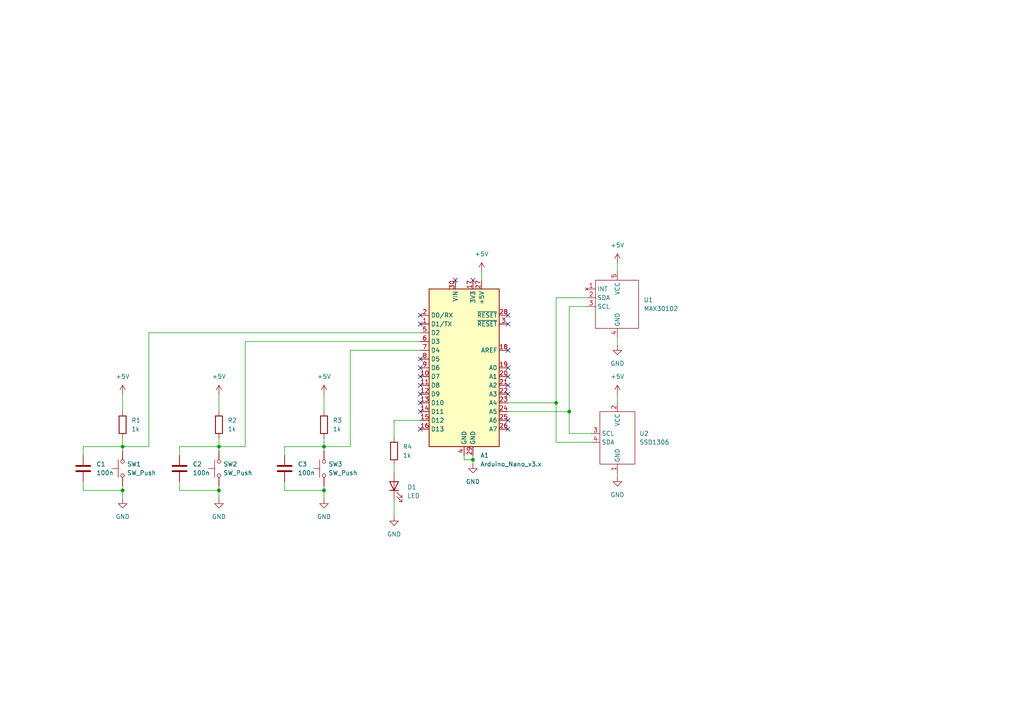
<source format=kicad_sch>
(kicad_sch (version 20250114) (generator "eeschema") (generator_version "9.0")
  (paper "A4")
  (lib_symbols
    (symbol "Device:C" (pin_numbers (hide yes)) (pin_names (offset 0.254))
      (property "Reference" "C" (at 0.635 2.54 0))
      (property "Value" "C" (at 0.635 -2.54 0))
      (symbol "C_0_1"
        (polyline (pts (xy -2.032 0.762) (xy 2.032 0.762)) (stroke (width 0.508)))
        (polyline (pts (xy -2.032 -0.762) (xy 2.032 -0.762)) (stroke (width 0.508)))
      )
      (symbol "C_1_1"
        (pin passive line (at 0 3.81 270) (length 2.794) (name "~") (number "1"))
        (pin passive line (at 0 -3.81 90) (length 2.794) (name "~") (number "2"))
      )
    )
    (symbol "Device:LED" (pin_numbers (hide yes)) (pin_names (offset 1.016) (hide yes))
      (property "Reference" "D" (at 0 2.54 0))
      (property "Value" "LED" (at 0 -2.54 0))
      (symbol "LED_0_1"
        (polyline (pts (xy -3.048 -0.762) (xy -4.572 -2.286) (xy -3.81 -2.286) (xy -4.572 -2.286) (xy -4.572 -1.524)))
        (polyline (pts (xy -1.778 -0.762) (xy -3.302 -2.286) (xy -2.54 -2.286) (xy -3.302 -2.286) (xy -3.302 -1.524)))
        (polyline (pts (xy -1.27 0) (xy 1.27 0)))
        (polyline (pts (xy -1.27 -1.27) (xy -1.27 1.27)) (stroke (width 0.254)))
        (polyline (pts (xy 1.27 -1.27) (xy 1.27 1.27) (xy -1.27 0) (xy 1.27 -1.27)) (stroke (width 0.254)))
      )
      (symbol "LED_1_1"
        (pin passive line (at -3.81 0 0) (length 2.54) (name "K") (number "1"))
        (pin passive line (at 3.81 0 180) (length 2.54) (name "A") (number "2"))
      )
    )
    (symbol "Device:R" (pin_numbers (hide yes)) (pin_names (offset 0))
      (property "Reference" "R" (at 2.032 0 90))
      (property "Value" "R" (at 0 0 90))
      (symbol "R_0_1"
        (rectangle (start -1.016 -2.54) (end 1.016 2.54) (stroke (width 0.254)))
      )
      (symbol "R_1_1"
        (pin passive line (at 0 3.81 270) (length 1.27) (name "~") (number "1"))
        (pin passive line (at 0 -3.81 90) (length 1.27) (name "~") (number "2"))
      )
    )
    (symbol "MCU_Module:Arduino_Nano_v3.x"
      (property "Reference" "A" (at -10.16 23.495 0))
      (property "Value" "Arduino_Nano_v3.x" (at 5.08 -24.13 0))
      (symbol "Arduino_Nano_v3.x_0_1"
        (rectangle (start -10.16 22.86) (end 10.16 -22.86) (stroke (width 0.254)) (fill (type background)))
      )
      (symbol "Arduino_Nano_v3.x_1_1"
        (pin bidirectional line (at -12.7 15.24 0) (length 2.54) (name "D0/RX") (number "2"))
        (pin bidirectional line (at -12.7 12.7 0) (length 2.54) (name "D1/TX") (number "1"))
        (pin bidirectional line (at -12.7 10.16 0) (length 2.54) (name "D2") (number "5"))
        (pin bidirectional line (at -12.7 7.62 0) (length 2.54) (name "D3") (number "6"))
        (pin bidirectional line (at -12.7 5.08 0) (length 2.54) (name "D4") (number "7"))
        (pin bidirectional line (at -12.7 2.54 0) (length 2.54) (name "D5") (number "8"))
        (pin bidirectional line (at -12.7 0 0) (length 2.54) (name "D6") (number "9"))
        (pin bidirectional line (at -12.7 -2.54 0) (length 2.54) (name "D7") (number "10"))
        (pin bidirectional line (at -12.7 -5.08 0) (length 2.54) (name "D8") (number "11"))
        (pin bidirectional line (at -12.7 -7.62 0) (length 2.54) (name "D9") (number "12"))
        (pin bidirectional line (at -12.7 -10.16 0) (length 2.54) (name "D10") (number "13"))
        (pin bidirectional line (at -12.7 -12.7 0) (length 2.54) (name "D11") (number "14"))
        (pin bidirectional line (at -12.7 -15.24 0) (length 2.54) (name "D12") (number "15"))
        (pin bidirectional line (at -12.7 -17.78 0) (length 2.54) (name "D13") (number "16"))
        (pin power_in line (at -2.54 25.4 270) (length 2.54) (name "VIN") (number "30"))
        (pin power_in line (at 0 -25.4 90) (length 2.54) (name "GND") (number "4"))
        (pin power_out line (at 2.54 25.4 270) (length 2.54) (name "3V3") (number "17"))
        (pin power_in line (at 2.54 -25.4 90) (length 2.54) (name "GND") (number "29"))
        (pin power_out line (at 5.08 25.4 270) (length 2.54) (name "+5V") (number "27"))
        (pin input line (at 12.7 15.24 180) (length 2.54) (name "~{RESET}") (number "28"))
        (pin input line (at 12.7 12.7 180) (length 2.54) (name "~{RESET}") (number "3"))
        (pin input line (at 12.7 5.08 180) (length 2.54) (name "AREF") (number "18"))
        (pin bidirectional line (at 12.7 0 180) (length 2.54) (name "A0") (number "19"))
        (pin bidirectional line (at 12.7 -2.54 180) (length 2.54) (name "A1") (number "20"))
        (pin bidirectional line (at 12.7 -5.08 180) (length 2.54) (name "A2") (number "21"))
        (pin bidirectional line (at 12.7 -7.62 180) (length 2.54) (name "A3") (number "22"))
        (pin bidirectional line (at 12.7 -10.16 180) (length 2.54) (name "A4") (number "23"))
        (pin bidirectional line (at 12.7 -12.7 180) (length 2.54) (name "A5") (number "24"))
        (pin bidirectional line (at 12.7 -15.24 180) (length 2.54) (name "A6") (number "25"))
        (pin bidirectional line (at 12.7 -17.78 180) (length 2.54) (name "A7") (number "26"))
      )
    )
    (symbol "Switch:SW_Push" (pin_numbers (hide yes)) (pin_names (offset 1.016) (hide yes))
      (property "Reference" "SW" (at 1.27 2.54 0))
      (property "Value" "SW_Push" (at 0 -1.524 0))
      (symbol "SW_Push_0_1"
        (circle (center -2.032 0) (radius 0.508))
        (polyline (pts (xy 0 1.27) (xy 0 3.048)))
        (circle (center 2.032 0) (radius 0.508))
        (polyline (pts (xy 2.54 1.27) (xy -2.54 1.27)))
        (pin passive line (at -5.08 0 0) (length 2.54) (name "1") (number "1"))
        (pin passive line (at 5.08 0 180) (length 2.54) (name "2") (number "2"))
      )
    )
    (symbol "power:+5V" (power) (pin_numbers (hide yes)) (pin_names (offset 0) (hide yes))
      (property "Value" "+5V" (at 0 3.556 0))
      (symbol "+5V_0_1"
        (polyline (pts (xy -0.762 1.27) (xy 0 2.54)))
        (polyline (pts (xy 0 2.54) (xy 0.762 1.27)))
        (polyline (pts (xy 0 0) (xy 0 2.54)))
      )
      (symbol "+5V_1_1"
        (pin power_in line (at 0 0 90) (length 0) (name "~") (number "1"))
      )
    )
    (symbol "power:GND" (power) (pin_numbers (hide yes)) (pin_names (offset 0) (hide yes))
      (property "Value" "GND" (at 0 -3.81 0))
      (symbol "GND_0_1"
        (polyline (pts (xy 0 0) (xy 0 -1.27) (xy 1.27 -1.27) (xy 0 -2.54) (xy -1.27 -1.27) (xy 0 -1.27)))
      )
      (symbol "GND_1_1"
        (pin power_in line (at 0 0 270) (length 0) (name "~") (number "1"))
      )
    )
    (symbol "sp02-stuff:MAX30102_Module"
      (property "Reference" "U" (at 0 0 0))
      (property "Value" "MAX30102" (at 11.43 1.016 0))
      (symbol "MAX30102_Module_0_1"
        (rectangle (start -6.3499 7.62) (end 6.1515 -6.35))
      )
      (symbol "MAX30102_Module_1_1"
        (pin no_connect line (at -8.89 5.08 0) (length 2.54) (name "INT") (number "1"))
        (pin bidirectional line (at -8.89 2.54 0) (length 2.54) (name "SDA") (number "2"))
        (pin input line (at -8.89 0 0) (length 2.54) (name "SCL") (number "3"))
        (pin power_in line (at 0 10.16 270) (length 2.54) (name "VCC") (number "5"))
        (pin power_in line (at 0 -8.89 90) (length 2.54) (name "GND") (number "4"))
      )
    )
    (symbol "sp02-stuff:SSD1306"
      (property "Reference" "U" (at 0 0 0))
      (property "Value" "SSD1306" (at 9.906 0.254 0))
      (symbol "SSD1306_0_1"
        (rectangle (start -5.0799 7.62) (end 5.08 -7.62))
      )
      (symbol "SSD1306_1_1"
        (pin input line (at -7.62 1.27 0) (length 2.54) (name "SCL") (number "3"))
        (pin bidirectional line (at -7.62 -1.27 0) (length 2.54) (name "SDA") (number "4"))
        (pin power_in line (at 0 10.16 270) (length 2.54) (name "VCC") (number "2"))
        (pin power_in line (at 0 -10.16 90) (length 2.54) (name "GND") (number "1"))
      )
    )
  )
  (junction (at 35.56 142.24))
  (junction (at 161.29 116.84))
  (junction (at 63.5 129.54))
  (junction (at 93.98 142.24))
  (junction (at 35.56 129.54))
  (junction (at 165.1 119.38))
  (junction (at 63.5 142.24))
  (junction (at 137.16 133.35))
  (junction (at 93.98 129.54))
  (no_connect (at 147.32 101.6))
  (no_connect (at 132.08 81.28))
  (no_connect (at 121.92 91.44))
  (no_connect (at 147.32 109.22))
  (no_connect (at 121.92 119.38))
  (no_connect (at 121.92 111.76))
  (no_connect (at 147.32 121.92))
  (no_connect (at 121.92 124.46))
  (no_connect (at 121.92 104.14))
  (no_connect (at 147.32 93.98))
  (no_connect (at 147.32 111.76))
  (no_connect (at 147.32 114.3))
  (no_connect (at 121.92 106.68))
  (no_connect (at 121.92 109.22))
  (no_connect (at 147.32 124.46))
  (no_connect (at 147.32 91.44))
  (no_connect (at 147.32 106.68))
  (no_connect (at 137.16 81.28))
  (no_connect (at 121.92 114.3))
  (no_connect (at 121.92 93.98))
  (no_connect (at 121.92 116.84))
  (wire (pts (xy 24.13 139.7) (xy 24.13 142.24)))
  (wire (pts (xy 35.56 142.24) (xy 35.56 144.78)))
  (wire (pts (xy 93.98 129.54) (xy 93.98 130.81)))
  (wire (pts (xy 52.07 129.54) (xy 63.5 129.54)))
  (wire (pts (xy 35.56 114.3) (xy 35.56 119.38)))
  (wire (pts (xy 24.13 142.24) (xy 35.56 142.24)))
  (wire (pts (xy 147.32 119.38) (xy 165.1 119.38)))
  (wire (pts (xy 63.5 129.54) (xy 71.12 129.54)))
  (wire (pts (xy 134.62 132.08) (xy 134.62 133.35)))
  (wire (pts (xy 35.56 129.54) (xy 43.18 129.54)))
  (wire (pts (xy 161.29 86.36) (xy 161.29 116.84)))
  (wire (pts (xy 43.18 129.54) (xy 43.18 96.52)))
  (wire (pts (xy 24.13 129.54) (xy 35.56 129.54)))
  (wire (pts (xy 93.98 140.97) (xy 93.98 142.24)))
  (wire (pts (xy 179.07 76.2) (xy 179.07 78.74)))
  (wire (pts (xy 63.5 114.3) (xy 63.5 119.38)))
  (wire (pts (xy 93.98 127) (xy 93.98 129.54)))
  (wire (pts (xy 93.98 114.3) (xy 93.98 119.38)))
  (wire (pts (xy 161.29 116.84) (xy 161.29 128.27)))
  (wire (pts (xy 165.1 88.9) (xy 165.1 119.38)))
  (wire (pts (xy 82.55 132.08) (xy 82.55 129.54)))
  (wire (pts (xy 82.55 139.7) (xy 82.55 142.24)))
  (wire (pts (xy 71.12 99.06) (xy 121.92 99.06)))
  (wire (pts (xy 165.1 119.38) (xy 165.1 125.73)))
  (wire (pts (xy 179.07 114.3) (xy 179.07 116.84)))
  (wire (pts (xy 101.6 129.54) (xy 101.6 101.6)))
  (wire (pts (xy 137.16 132.08) (xy 137.16 133.35)))
  (wire (pts (xy 52.07 142.24) (xy 63.5 142.24)))
  (wire (pts (xy 24.13 132.08) (xy 24.13 129.54)))
  (wire (pts (xy 114.3 144.78) (xy 114.3 149.86)))
  (wire (pts (xy 114.3 134.62) (xy 114.3 137.16)))
  (wire (pts (xy 139.7 78.74) (xy 139.7 81.28)))
  (wire (pts (xy 114.3 121.92) (xy 114.3 127)))
  (wire (pts (xy 101.6 101.6) (xy 121.92 101.6)))
  (wire (pts (xy 121.92 121.92) (xy 114.3 121.92)))
  (wire (pts (xy 43.18 96.52) (xy 121.92 96.52)))
  (wire (pts (xy 82.55 142.24) (xy 93.98 142.24)))
  (wire (pts (xy 170.18 86.36) (xy 161.29 86.36)))
  (wire (pts (xy 161.29 128.27) (xy 171.45 128.27)))
  (wire (pts (xy 63.5 127) (xy 63.5 129.54)))
  (wire (pts (xy 63.5 140.97) (xy 63.5 142.24)))
  (wire (pts (xy 35.56 127) (xy 35.56 129.54)))
  (wire (pts (xy 170.18 88.9) (xy 165.1 88.9)))
  (wire (pts (xy 35.56 129.54) (xy 35.56 130.81)))
  (wire (pts (xy 93.98 129.54) (xy 101.6 129.54)))
  (wire (pts (xy 52.07 132.08) (xy 52.07 129.54)))
  (wire (pts (xy 82.55 129.54) (xy 93.98 129.54)))
  (wire (pts (xy 71.12 129.54) (xy 71.12 99.06)))
  (wire (pts (xy 35.56 140.97) (xy 35.56 142.24)))
  (wire (pts (xy 93.98 142.24) (xy 93.98 144.78)))
  (wire (pts (xy 134.62 133.35) (xy 137.16 133.35)))
  (wire (pts (xy 179.07 137.16) (xy 179.07 138.43)))
  (wire (pts (xy 63.5 142.24) (xy 63.5 144.78)))
  (wire (pts (xy 52.07 139.7) (xy 52.07 142.24)))
  (wire (pts (xy 63.5 129.54) (xy 63.5 130.81)))
  (wire (pts (xy 147.32 116.84) (xy 161.29 116.84)))
  (wire (pts (xy 179.07 97.79) (xy 179.07 100.33)))
  (wire (pts (xy 137.16 133.35) (xy 137.16 134.62)))
  (wire (pts (xy 165.1 125.73) (xy 171.45 125.73)))
  (symbol (lib_id "power:+5V") (at 93.98 114.3 0) (unit 1)
    (property "Reference" "#PWR07" (effects (hide yes)))
    (property "Value" "+5V" (at 93.98 109.22 0))
    (property "Description" "Power symbol creates a global label with name \"+5V\"" (effects (hide yes)))
  )
  (symbol (lib_id "Switch:SW_Push") (at 35.56 135.89 90) (unit 1)
    (property "Reference" "SW1" (at 36.83 134.6199 90) (effects (justify right)))
    (property "Value" "SW_Push" (at 36.83 137.1599 90) (effects (justify right)))
    (property "Footprint" "Button_Switch_THT:SW_PUSH_6mm" (effects (hide yes)))
    (property "Description" "Push button switch, generic, two pins" (effects (hide yes)))
  )
  (symbol (lib_id "power:GND") (at 63.5 144.78 0) (unit 1)
    (property "Reference" "#PWR06" (effects (hide yes)))
    (property "Value" "GND" (at 63.5 149.86 0))
    (property "Description" "Power symbol creates a global label with name \"GND\" , ground" (effects (hide yes)))
  )
  (symbol (lib_id "power:GND") (at 179.07 138.43 0) (unit 1)
    (property "Reference" "#PWR012" (effects (hide yes)))
    (property "Value" "GND" (at 179.07 143.51 0))
    (property "Description" "Power symbol creates a global label with name \"GND\" , ground" (effects (hide yes)))
  )
  (symbol (lib_id "Device:R") (at 63.5 123.19 0) (unit 1)
    (property "Reference" "R2" (at 66.04 121.9199 0) (effects (justify left)))
    (property "Value" "1k" (at 66.04 124.4599 0) (effects (justify left)))
    (property "Footprint" "Resistor_THT:R_Axial_DIN0207_L6.3mm_D2.5mm_P7.62mm_Horizontal" (effects (hide yes)))
    (property "Description" "Resistor" (effects (hide yes)))
  )
  (symbol (lib_id "power:GND") (at 179.07 100.33 0) (unit 1)
    (property "Reference" "#PWR013" (effects (hide yes)))
    (property "Value" "GND" (at 179.07 105.41 0))
    (property "Description" "Power symbol creates a global label with name \"GND\" , ground" (effects (hide yes)))
  )
  (symbol (lib_id "power:+5V") (at 139.7 78.74 0) (unit 1)
    (property "Reference" "#PWR01" (effects (hide yes)))
    (property "Value" "+5V" (at 139.7 73.66 0))
    (property "Description" "Power symbol creates a global label with name \"+5V\"" (effects (hide yes)))
  )
  (symbol (lib_id "Device:C") (at 24.13 135.89 0) (unit 1)
    (property "Reference" "C1" (at 27.94 134.6199 0) (effects (justify left)))
    (property "Value" "100n" (at 27.94 137.1599 0) (effects (justify left)))
    (property "Footprint" "Capacitor_THT:C_Disc_D4.7mm_W2.5mm_P5.00mm" (effects (hide yes)))
    (property "Description" "Unpolarized capacitor" (effects (hide yes)))
  )
  (symbol (lib_id "MCU_Module:Arduino_Nano_v3.x") (at 134.62 106.68 0) (unit 1)
    (property "Reference" "A1" (at 139.3033 132.08 0) (effects (justify left)))
    (property "Value" "Arduino_Nano_v3.x" (at 139.3033 134.62 0) (effects (justify left)))
    (property "Footprint" "Module:Arduino_Nano" (effects (hide yes)))
    (property "Datasheet" "http://www.mouser.com/pdfdocs/Gravitech_Arduino_Nano3_0.pdf" (effects (hide yes)))
    (property "Description" "Arduino Nano v3.x" (effects (hide yes)))
  )
  (symbol (lib_id "power:GND") (at 35.56 144.78 0) (unit 1)
    (property "Reference" "#PWR04" (effects (hide yes)))
    (property "Value" "GND" (at 35.56 149.86 0))
    (property "Description" "Power symbol creates a global label with name \"GND\" , ground" (effects (hide yes)))
  )
  (symbol (lib_id "Switch:SW_Push") (at 93.98 135.89 90) (unit 1)
    (property "Reference" "SW3" (at 95.25 134.6199 90) (effects (justify right)))
    (property "Value" "SW_Push" (at 95.25 137.1599 90) (effects (justify right)))
    (property "Footprint" "Button_Switch_THT:SW_PUSH_6mm" (effects (hide yes)))
    (property "Description" "Push button switch, generic, two pins" (effects (hide yes)))
  )
  (symbol (lib_id "Device:C") (at 82.55 135.89 0) (unit 1)
    (property "Reference" "C3" (at 86.36 134.6199 0) (effects (justify left)))
    (property "Value" "100n" (at 86.36 137.1599 0) (effects (justify left)))
    (property "Footprint" "Capacitor_THT:C_Disc_D4.7mm_W2.5mm_P5.00mm" (effects (hide yes)))
    (property "Description" "Unpolarized capacitor" (effects (hide yes)))
  )
  (symbol (lib_id "power:+5V") (at 179.07 76.2 0) (unit 1)
    (property "Reference" "#PWR010" (effects (hide yes)))
    (property "Value" "+5V" (at 179.07 71.12 0))
    (property "Description" "Power symbol creates a global label with name \"+5V\"" (effects (hide yes)))
  )
  (symbol (lib_id "sp02-stuff:SSD1306") (at 179.07 127 0) (unit 1)
    (property "Reference" "U2" (at 185.42 125.7299 0) (effects (justify left)))
    (property "Value" "SSD1306" (at 185.42 128.2699 0) (effects (justify left)))
    (property "Footprint" "sp02-stuff:SSD1306" (effects (hide yes)))
  )
  (symbol (lib_id "Device:LED") (at 114.3 140.97 90) (unit 1)
    (property "Reference" "D1" (at 118.11 141.2874 90) (effects (justify right)))
    (property "Value" "LED" (at 118.11 143.8274 90) (effects (justify right)))
    (property "Footprint" "LED_THT:LED_D5.0mm" (effects (hide yes)))
    (property "Description" "Light emitting diode" (effects (hide yes)))
    (property "Sim.Pins" "1=K 2=A" (effects (hide yes)))
  )
  (symbol (lib_id "Device:C") (at 52.07 135.89 0) (unit 1)
    (property "Reference" "C2" (at 55.88 134.6199 0) (effects (justify left)))
    (property "Value" "100n" (at 55.88 137.1599 0) (effects (justify left)))
    (property "Footprint" "Capacitor_THT:C_Disc_D4.7mm_W2.5mm_P5.00mm" (effects (hide yes)))
    (property "Description" "Unpolarized capacitor" (effects (hide yes)))
  )
  (symbol (lib_id "Device:R") (at 93.98 123.19 0) (unit 1)
    (property "Reference" "R3" (at 96.52 121.9199 0) (effects (justify left)))
    (property "Value" "1k" (at 96.52 124.4599 0) (effects (justify left)))
    (property "Footprint" "Resistor_THT:R_Axial_DIN0207_L6.3mm_D2.5mm_P7.62mm_Horizontal" (effects (hide yes)))
    (property "Description" "Resistor" (effects (hide yes)))
  )
  (symbol (lib_id "power:GND") (at 137.16 134.62 0) (unit 1)
    (property "Reference" "#PWR02" (effects (hide yes)))
    (property "Value" "GND" (at 137.16 139.7 0))
    (property "Description" "Power symbol creates a global label with name \"GND\" , ground" (effects (hide yes)))
  )
  (symbol (lib_id "power:+5V") (at 35.56 114.3 0) (unit 1)
    (property "Reference" "#PWR03" (effects (hide yes)))
    (property "Value" "+5V" (at 35.56 109.22 0))
    (property "Description" "Power symbol creates a global label with name \"+5V\"" (effects (hide yes)))
  )
  (symbol (lib_id "sp02-stuff:MAX30102_Module") (at 179.07 88.9 0) (unit 1)
    (property "Reference" "U1" (at 186.69 86.9949 0) (effects (justify left)))
    (property "Value" "MAX30102" (at 186.69 89.5349 0) (effects (justify left)))
    (property "Footprint" "sp02-stuff:MAX30102_MODULE" (effects (hide yes)))
  )
  (symbol (lib_id "Switch:SW_Push") (at 63.5 135.89 90) (unit 1)
    (property "Reference" "SW2" (at 64.77 134.6199 90) (effects (justify right)))
    (property "Value" "SW_Push" (at 64.77 137.1599 90) (effects (justify right)))
    (property "Footprint" "Button_Switch_THT:SW_PUSH_6mm" (effects (hide yes)))
    (property "Description" "Push button switch, generic, two pins" (effects (hide yes)))
  )
  (symbol (lib_id "Device:R") (at 114.3 130.81 0) (unit 1)
    (property "Reference" "R4" (at 116.84 129.5399 0) (effects (justify left)))
    (property "Value" "1k" (at 116.84 132.0799 0) (effects (justify left)))
    (property "Footprint" "Resistor_THT:R_Axial_DIN0207_L6.3mm_D2.5mm_P7.62mm_Horizontal" (effects (hide yes)))
    (property "Description" "Resistor" (effects (hide yes)))
  )
  (symbol (lib_id "power:GND") (at 93.98 144.78 0) (unit 1)
    (property "Reference" "#PWR08" (effects (hide yes)))
    (property "Value" "GND" (at 93.98 149.86 0))
    (property "Description" "Power symbol creates a global label with name \"GND\" , ground" (effects (hide yes)))
  )
  (symbol (lib_id "power:+5V") (at 179.07 114.3 0) (unit 1)
    (property "Reference" "#PWR011" (effects (hide yes)))
    (property "Value" "+5V" (at 179.07 109.22 0))
    (property "Description" "Power symbol creates a global label with name \"+5V\"" (effects (hide yes)))
  )
  (symbol (lib_id "Device:R") (at 35.56 123.19 0) (unit 1)
    (property "Reference" "R1" (at 38.1 121.9199 0) (effects (justify left)))
    (property "Value" "1k" (at 38.1 124.4599 0) (effects (justify left)))
    (property "Footprint" "Resistor_THT:R_Axial_DIN0207_L6.3mm_D2.5mm_P7.62mm_Horizontal" (effects (hide yes)))
    (property "Description" "Resistor" (effects (hide yes)))
  )
  (symbol (lib_id "power:GND") (at 114.3 149.86 0) (unit 1)
    (property "Reference" "#PWR09" (effects (hide yes)))
    (property "Value" "GND" (at 114.3 154.94 0))
    (property "Description" "Power symbol creates a global label with name \"GND\" , ground" (effects (hide yes)))
  )
  (symbol (lib_id "power:+5V") (at 63.5 114.3 0) (unit 1)
    (property "Reference" "#PWR05" (effects (hide yes)))
    (property "Value" "+5V" (at 63.5 109.22 0))
    (property "Description" "Power symbol creates a global label with name \"+5V\"" (effects (hide yes)))
  )
)
</source>
